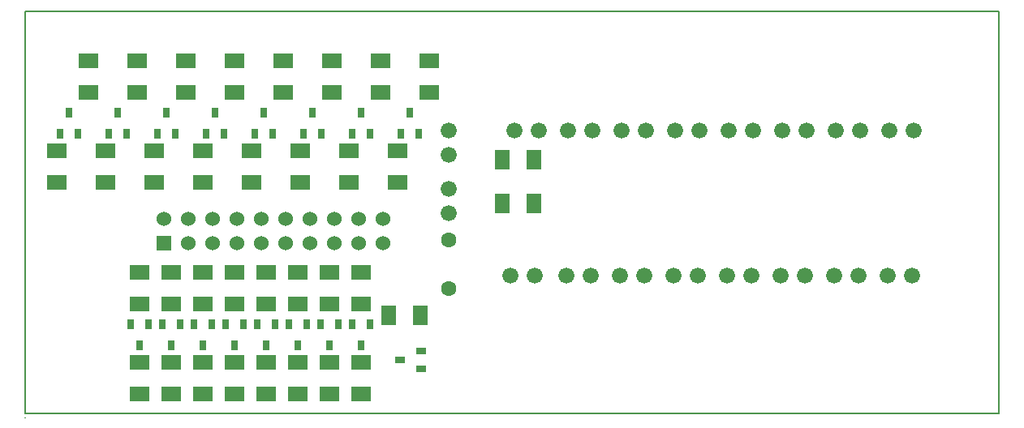
<source format=gbs>
G04 (created by PCBNEW (2013-mar-13)-testing) date mer. 23 oct. 2013 21:04:54 CEST*
%MOIN*%
G04 Gerber Fmt 3.4, Leading zero omitted, Abs format*
%FSLAX34Y34*%
G01*
G70*
G90*
G04 APERTURE LIST*
%ADD10C,0.005906*%
%ADD11R,0.080000X0.060000*%
%ADD12R,0.060000X0.060000*%
%ADD13C,0.060000*%
%ADD14C,0.066000*%
%ADD15R,0.031500X0.039400*%
%ADD16R,0.060000X0.080000*%
%ADD17C,0.062900*%
%ADD18R,0.039400X0.031500*%
G04 APERTURE END LIST*
G54D10*
X74000Y-29100D02*
X74000Y-45650D01*
X73400Y-29100D02*
X74000Y-29100D01*
X73400Y-45650D02*
X74000Y-45650D01*
X34000Y-29100D02*
X34000Y-45600D01*
X34000Y-29100D02*
X73400Y-29100D01*
X34000Y-45650D02*
X34000Y-45600D01*
X73400Y-45650D02*
X34000Y-45650D01*
X34000Y-45800D02*
G75*
G03X34000Y-45800I0J0D01*
G74*
G01*
X33999Y-45800D02*
X34000Y-45800D01*
X34000Y-45799D02*
X34000Y-45800D01*
G54D11*
X38700Y-39850D03*
X38700Y-41150D03*
X41300Y-39850D03*
X41300Y-41150D03*
X43900Y-39850D03*
X43900Y-41150D03*
X46500Y-39850D03*
X46500Y-41150D03*
X47800Y-39850D03*
X47800Y-41150D03*
X45200Y-39850D03*
X45200Y-41150D03*
X42600Y-39850D03*
X42600Y-41150D03*
X40000Y-39850D03*
X40000Y-41150D03*
X38700Y-44850D03*
X38700Y-43550D03*
X40000Y-44850D03*
X40000Y-43550D03*
G54D12*
X39700Y-38650D03*
G54D13*
X39700Y-37650D03*
X40700Y-38650D03*
X40700Y-37650D03*
X41700Y-38650D03*
X41700Y-37650D03*
X42700Y-38650D03*
X42700Y-37650D03*
X43700Y-38650D03*
X43700Y-37650D03*
X44700Y-38650D03*
X44700Y-37650D03*
X45700Y-38650D03*
X45700Y-37650D03*
X46700Y-38650D03*
X46700Y-37650D03*
X47700Y-38650D03*
X47700Y-37650D03*
X48700Y-38650D03*
X48700Y-37650D03*
G54D14*
X67230Y-39970D03*
X68230Y-39970D03*
X53930Y-39970D03*
X54930Y-39970D03*
X56230Y-39970D03*
X57230Y-39970D03*
X51400Y-37400D03*
X51400Y-36400D03*
X58430Y-39970D03*
X59430Y-39970D03*
X51400Y-35000D03*
X51400Y-34000D03*
X60630Y-39970D03*
X61630Y-39970D03*
X62830Y-39970D03*
X63830Y-39970D03*
X65030Y-39970D03*
X66030Y-39970D03*
X60700Y-34000D03*
X61700Y-34000D03*
X69430Y-39970D03*
X70430Y-39970D03*
X54100Y-34000D03*
X55100Y-34000D03*
X56300Y-34000D03*
X57300Y-34000D03*
X58500Y-34000D03*
X59500Y-34000D03*
X69500Y-34000D03*
X70500Y-34000D03*
X67300Y-34000D03*
X68300Y-34000D03*
X65100Y-34000D03*
X66100Y-34000D03*
X62900Y-34000D03*
X63900Y-34000D03*
G54D15*
X38700Y-42833D03*
X39075Y-41967D03*
X38325Y-41967D03*
X40000Y-42833D03*
X40375Y-41967D03*
X39625Y-41967D03*
X41300Y-42833D03*
X41675Y-41967D03*
X40925Y-41967D03*
X42600Y-42833D03*
X42975Y-41967D03*
X42225Y-41967D03*
X43900Y-42833D03*
X44275Y-41967D03*
X43525Y-41967D03*
X45200Y-42833D03*
X45575Y-41967D03*
X44825Y-41967D03*
X46500Y-42833D03*
X46875Y-41967D03*
X46125Y-41967D03*
X47800Y-42833D03*
X48175Y-41967D03*
X47425Y-41967D03*
X35800Y-33267D03*
X35425Y-34133D03*
X36175Y-34133D03*
X37800Y-33267D03*
X37425Y-34133D03*
X38175Y-34133D03*
X39800Y-33267D03*
X39425Y-34133D03*
X40175Y-34133D03*
X41800Y-33267D03*
X41425Y-34133D03*
X42175Y-34133D03*
X43800Y-33267D03*
X43425Y-34133D03*
X44175Y-34133D03*
X45800Y-33267D03*
X45425Y-34133D03*
X46175Y-34133D03*
X47800Y-33267D03*
X47425Y-34133D03*
X48175Y-34133D03*
X49800Y-33267D03*
X49425Y-34133D03*
X50175Y-34133D03*
G54D11*
X41300Y-44850D03*
X41300Y-43550D03*
X42600Y-44850D03*
X42600Y-43550D03*
X43900Y-44850D03*
X43900Y-43550D03*
X45200Y-44850D03*
X45200Y-43550D03*
X46500Y-44850D03*
X46500Y-43550D03*
X47800Y-44850D03*
X47800Y-43550D03*
X35300Y-36150D03*
X35300Y-34850D03*
X37300Y-36150D03*
X37300Y-34850D03*
X39300Y-36150D03*
X39300Y-34850D03*
X41300Y-36150D03*
X41300Y-34850D03*
X43300Y-36150D03*
X43300Y-34850D03*
X45300Y-36150D03*
X45300Y-34850D03*
X47300Y-36150D03*
X47300Y-34850D03*
X49300Y-36150D03*
X49300Y-34850D03*
X36600Y-31150D03*
X36600Y-32450D03*
X38600Y-31150D03*
X38600Y-32450D03*
X40600Y-31150D03*
X40600Y-32450D03*
X42600Y-31150D03*
X42600Y-32450D03*
X44600Y-31150D03*
X44600Y-32450D03*
X46600Y-31150D03*
X46600Y-32450D03*
X48600Y-31150D03*
X48600Y-32450D03*
X50600Y-31150D03*
X50600Y-32450D03*
G54D16*
X54900Y-35200D03*
X53600Y-35200D03*
X53600Y-37000D03*
X54900Y-37000D03*
G54D17*
X51400Y-38500D03*
X51400Y-40500D03*
G54D18*
X49417Y-43450D03*
X50283Y-43825D03*
X50283Y-43075D03*
G54D16*
X48950Y-41600D03*
X50250Y-41600D03*
M02*

</source>
